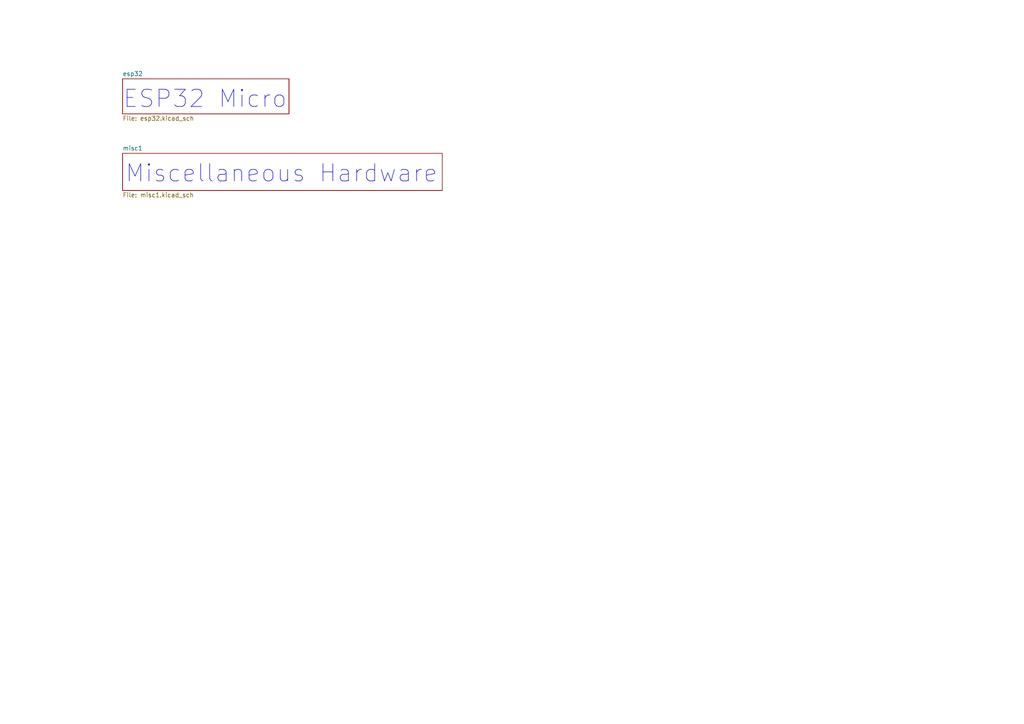
<source format=kicad_sch>
(kicad_sch (version 20211123) (generator eeschema)
  (paper "A4")
  (title_block (title "PortaNet") (date "2022-03-12") (rev "1.0") (company "JCM"))
  (lib_symbols)
  (text "Miscellaneous Hardware" (at 36.195 53.34 0) (effects (font (size 5 5)) (justify left bottom)))
  (text "ESP32 Micro" (at 35.56 31.75 0) (effects (font (size 5 5)) (justify left bottom)))
  (sheet (at 35.56 22.86) (size 48.26 10.16) (stroke (width 0.1524))
    (property "Sheet name" "esp32" (at 35.56 22.1484 0) (effects (justify left bottom)))
    (property "Sheet file" "esp32.kicad_sch" (at 35.56 33.6046 0) (effects (justify left top)))
  )
  (sheet (at 35.56 44.45) (size 92.71 10.795) (stroke (width 0.1524))
    (property "Sheet name" "misc1" (at 35.56 43.7384 0) (effects (justify left bottom)))
    (property "Sheet file" "misc1.kicad_sch" (at 35.56 55.8296 0) (effects (justify left top)))
  )
)
</source>
